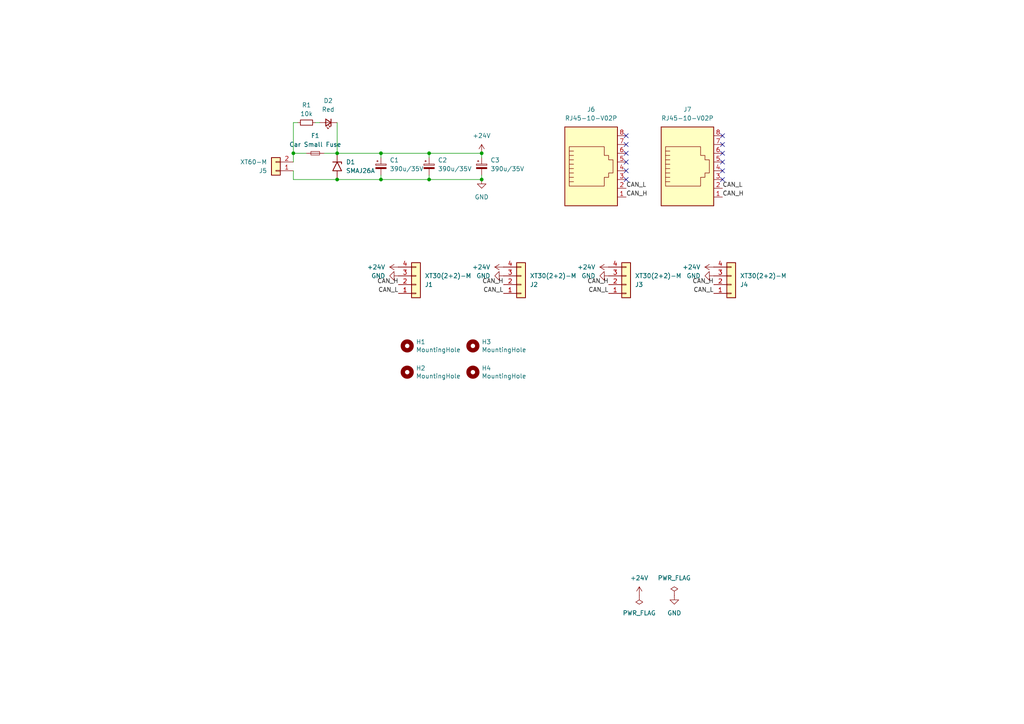
<source format=kicad_sch>
(kicad_sch (version 20231120) (generator "eeschema") (generator_version "8.0")
  (paper "A4")
  (lib_symbols
    (symbol "Connector:RJ45" (pin_names (offset 1.016))
      (property "Reference" "J" (at -5.08 13.97 0))
      (property "Value" "RJ45" (at 2.54 13.97 0))
      (symbol "RJ45_0_1"
        (polyline (pts (xy -5.08 4.445) (xy -6.35 4.445)))
        (polyline (pts (xy -5.08 5.715) (xy -6.35 5.715)))
        (polyline (pts (xy -6.35 -3.175) (xy -5.08 -3.175) (xy -5.08 -3.175)))
        (polyline (pts (xy -6.35 -1.905) (xy -5.08 -1.905) (xy -5.08 -1.905)))
        (polyline (pts (xy -6.35 -0.635) (xy -5.08 -0.635) (xy -5.08 -0.635)))
        (polyline (pts (xy -6.35 0.635) (xy -5.08 0.635) (xy -5.08 0.635)))
        (polyline (pts (xy -6.35 1.905) (xy -5.08 1.905) (xy -5.08 1.905)))
        (polyline (pts (xy -5.08 3.175) (xy -6.35 3.175) (xy -6.35 3.175)))
        (polyline (pts (xy -6.35 -4.445) (xy -6.35 6.985) (xy 3.81 6.985) (xy 3.81 4.445) (xy 5.08 4.445) (xy 5.08 3.175) (xy 6.35 3.175) (xy 6.35 -0.635) (xy 5.08 -0.635) (xy 5.08 -1.905) (xy 3.81 -1.905) (xy 3.81 -4.445) (xy -6.35 -4.445) (xy -6.35 -4.445)))
        (rectangle (start 7.62 12.7) (end -7.62 -10.16) (stroke (width 0.254)) (fill (type background)))
      )
      (symbol "RJ45_1_1"
        (pin passive line (at 10.16 -7.62 180) (length 2.54) (name "~") (number "1"))
        (pin passive line (at 10.16 -5.08 180) (length 2.54) (name "~") (number "2"))
        (pin passive line (at 10.16 -2.54 180) (length 2.54) (name "~") (number "3"))
        (pin passive line (at 10.16 0 180) (length 2.54) (name "~") (number "4"))
        (pin passive line (at 10.16 2.54 180) (length 2.54) (name "~") (number "5"))
        (pin passive line (at 10.16 5.08 180) (length 2.54) (name "~") (number "6"))
        (pin passive line (at 10.16 7.62 180) (length 2.54) (name "~") (number "7"))
        (pin passive line (at 10.16 10.16 180) (length 2.54) (name "~") (number "8"))
      )
    )
    (symbol "Connector_Generic:Conn_01x02" (pin_names (offset 1.016) hide)
      (property "Reference" "J" (at 0 2.54 0))
      (property "Value" "Conn_01x02" (at 0 -5.08 0))
      (symbol "Conn_01x02_1_1"
        (rectangle (start -1.27 -2.413) (end 0 -2.667) (stroke (width 0.1524)))
        (rectangle (start -1.27 0.127) (end 0 -0.127) (stroke (width 0.1524)))
        (rectangle (start -1.27 1.27) (end 1.27 -3.81) (stroke (width 0.254)) (fill (type background)))
        (pin passive line (at -5.08 0 0) (length 3.81) (name "Pin_1") (number "1"))
        (pin passive line (at -5.08 -2.54 0) (length 3.81) (name "Pin_2") (number "2"))
      )
    )
    (symbol "Connector_Generic:Conn_01x04" (pin_names (offset 1.016) hide)
      (property "Reference" "J" (at 0 5.08 0))
      (property "Value" "Conn_01x04" (at 0 -7.62 0))
      (symbol "Conn_01x04_1_1"
        (rectangle (start -1.27 -4.953) (end 0 -5.207) (stroke (width 0.1524)))
        (rectangle (start -1.27 -2.413) (end 0 -2.667) (stroke (width 0.1524)))
        (rectangle (start -1.27 0.127) (end 0 -0.127) (stroke (width 0.1524)))
        (rectangle (start -1.27 2.667) (end 0 2.413) (stroke (width 0.1524)))
        (rectangle (start -1.27 3.81) (end 1.27 -6.35) (stroke (width 0.254)) (fill (type background)))
        (pin passive line (at -5.08 2.54 0) (length 3.81) (name "Pin_1") (number "1"))
        (pin passive line (at -5.08 0 0) (length 3.81) (name "Pin_2") (number "2"))
        (pin passive line (at -5.08 -2.54 0) (length 3.81) (name "Pin_3") (number "3"))
        (pin passive line (at -5.08 -5.08 0) (length 3.81) (name "Pin_4") (number "4"))
      )
    )
    (symbol "Device:C_Polarized_Small" (pin_numbers hide) (pin_names (offset 0.254) hide)
      (property "Reference" "C" (at 0.254 1.778 0))
      (property "Value" "C_Polarized_Small" (at 0.254 -2.032 0))
      (symbol "C_Polarized_Small_0_1"
        (rectangle (start -1.524 -0.3048) (end 1.524 -0.6858) (fill (type outline)))
        (rectangle (start -1.524 0.6858) (end 1.524 0.3048))
        (polyline (pts (xy -1.27 1.524) (xy -0.762 1.524)))
        (polyline (pts (xy -1.016 1.27) (xy -1.016 1.778)))
      )
      (symbol "C_Polarized_Small_1_1"
        (pin passive line (at 0 2.54 270) (length 1.8542) (name "~") (number "1"))
        (pin passive line (at 0 -2.54 90) (length 1.8542) (name "~") (number "2"))
      )
    )
    (symbol "Device:Fuse_Small" (pin_numbers hide) (pin_names (offset 0.254) hide)
      (property "Reference" "F" (at 0 -1.524 0))
      (property "Value" "Fuse_Small" (at 0 1.524 0))
      (symbol "Fuse_Small_0_1"
        (rectangle (start -1.27 0.508) (end 1.27 -0.508))
        (polyline (pts (xy -1.27 0) (xy 1.27 0)))
      )
      (symbol "Fuse_Small_1_1"
        (pin passive line (at -2.54 0 0) (length 1.27) (name "~") (number "1"))
        (pin passive line (at 2.54 0 180) (length 1.27) (name "~") (number "2"))
      )
    )
    (symbol "Device:LED_Small" (pin_numbers hide) (pin_names (offset 0.254) hide)
      (property "Reference" "D" (at -1.27 3.175 0))
      (property "Value" "LED_Small" (at -4.445 -2.54 0))
      (symbol "LED_Small_0_1"
        (polyline (pts (xy -0.762 -1.016) (xy -0.762 1.016)) (stroke (width 0.254)))
        (polyline (pts (xy 1.016 0) (xy -0.762 0)))
        (polyline (pts (xy 0.762 -1.016) (xy -0.762 0) (xy 0.762 1.016) (xy 0.762 -1.016)) (stroke (width 0.254)))
        (polyline (pts (xy 0 0.762) (xy -0.508 1.27) (xy -0.254 1.27) (xy -0.508 1.27) (xy -0.508 1.016)))
        (polyline (pts (xy 0.508 1.27) (xy 0 1.778) (xy 0.254 1.778) (xy 0 1.778) (xy 0 1.524)))
      )
      (symbol "LED_Small_1_1"
        (pin passive line (at -2.54 0 0) (length 1.778) (name "K") (number "1"))
        (pin passive line (at 2.54 0 180) (length 1.778) (name "A") (number "2"))
      )
    )
    (symbol "Device:R_Small" (pin_numbers hide) (pin_names (offset 0.254) hide)
      (property "Reference" "R" (at 0.762 0.508 0))
      (property "Value" "R_Small" (at 0.762 -1.016 0))
      (symbol "R_Small_0_1"
        (rectangle (start -0.762 1.778) (end 0.762 -1.778) (stroke (width 0.2032)))
      )
      (symbol "R_Small_1_1"
        (pin passive line (at 0 2.54 270) (length 0.762) (name "~") (number "1"))
        (pin passive line (at 0 -2.54 90) (length 0.762) (name "~") (number "2"))
      )
    )
    (symbol "Diode:SMAJ26A" (pin_numbers hide) (pin_names (offset 1.016) hide)
      (property "Reference" "D" (at 0 2.54 0))
      (property "Value" "SMAJ26A" (at 0 -2.54 0))
      (symbol "SMAJ26A_0_1"
        (polyline (pts (xy -0.762 1.27) (xy -1.27 1.27) (xy -1.27 -1.27)) (stroke (width 0.254)))
        (polyline (pts (xy 1.27 1.27) (xy 1.27 -1.27) (xy -1.27 0) (xy 1.27 1.27)) (stroke (width 0.254)))
      )
      (symbol "SMAJ26A_1_1"
        (pin passive line (at -3.81 0 0) (length 2.54) (name "A1") (number "1"))
        (pin passive line (at 3.81 0 180) (length 2.54) (name "A2") (number "2"))
      )
    )
    (symbol "Mechanical:MountingHole" (pin_names (offset 1.016))
      (property "Reference" "H" (at 0 5.08 0))
      (property "Value" "MountingHole" (at 0 3.175 0))
      (symbol "MountingHole_0_1"
        (circle (center 0 0) (radius 1.27) (stroke (width 1.27)))
      )
    )
    (symbol "power:+24V" (power) (pin_numbers hide) (pin_names (offset 0) hide)
      (property "Value" "+24V" (at 0 3.556 0))
      (symbol "+24V_0_1"
        (polyline (pts (xy -0.762 1.27) (xy 0 2.54)))
        (polyline (pts (xy 0 0) (xy 0 2.54)))
        (polyline (pts (xy 0 2.54) (xy 0.762 1.27)))
      )
      (symbol "+24V_1_1"
        (pin power_in line (at 0 0 90) (length 0) (name "~") (number "1"))
      )
    )
    (symbol "power:GND" (power) (pin_numbers hide) (pin_names (offset 0) hide)
      (property "Value" "GND" (at 0 -3.81 0))
      (symbol "GND_0_1"
        (polyline (pts (xy 0 0) (xy 0 -1.27) (xy 1.27 -1.27) (xy 0 -2.54) (xy -1.27 -1.27) (xy 0 -1.27)))
      )
      (symbol "GND_1_1"
        (pin power_in line (at 0 0 270) (length 0) (name "~") (number "1"))
      )
    )
    (symbol "power:PWR_FLAG" (power) (pin_numbers hide) (pin_names (offset 0) hide)
      (property "Value" "PWR_FLAG" (at 0 3.81 0))
      (symbol "PWR_FLAG_0_0"
        (pin power_out line (at 0 0 90) (length 0) (name "~") (number "1"))
      )
      (symbol "PWR_FLAG_0_1"
        (polyline (pts (xy 0 0) (xy 0 1.27) (xy -1.016 1.905) (xy 0 2.54) (xy 1.016 1.905) (xy 0 1.27)))
      )
    )
  )
  (junction (at 97.79 44.45))
  (junction (at 124.46 44.45))
  (junction (at 124.46 52.07))
  (junction (at 110.49 44.45))
  (junction (at 97.79 52.07))
  (junction (at 110.49 52.07))
  (junction (at 139.7 44.45))
  (junction (at 139.7 52.07))
  (junction (at 85.09 44.45))
  (no_connect (at 209.55 49.53))
  (no_connect (at 209.55 52.07))
  (no_connect (at 181.61 52.07))
  (no_connect (at 181.61 49.53))
  (no_connect (at 181.61 46.99))
  (no_connect (at 181.61 41.91))
  (no_connect (at 209.55 39.37))
  (no_connect (at 181.61 44.45))
  (no_connect (at 209.55 41.91))
  (no_connect (at 209.55 46.99))
  (no_connect (at 181.61 39.37))
  (no_connect (at 209.55 44.45))
  (wire (pts (xy 139.7 45.72) (xy 139.7 44.45)))
  (wire (pts (xy 139.7 44.45) (xy 124.46 44.45)))
  (wire (pts (xy 86.36 35.56) (xy 85.09 35.56)))
  (wire (pts (xy 85.09 52.07) (xy 85.09 49.53)))
  (wire (pts (xy 139.7 52.07) (xy 124.46 52.07)))
  (wire (pts (xy 124.46 50.8) (xy 124.46 52.07)))
  (wire (pts (xy 91.44 35.56) (xy 92.71 35.56)))
  (wire (pts (xy 97.79 35.56) (xy 97.79 44.45)))
  (wire (pts (xy 110.49 44.45) (xy 124.46 44.45)))
  (wire (pts (xy 93.98 44.45) (xy 97.79 44.45)))
  (wire (pts (xy 124.46 44.45) (xy 124.46 45.72)))
  (wire (pts (xy 110.49 50.8) (xy 110.49 52.07)))
  (wire (pts (xy 97.79 52.07) (xy 110.49 52.07)))
  (wire (pts (xy 110.49 52.07) (xy 124.46 52.07)))
  (wire (pts (xy 85.09 35.56) (xy 85.09 44.45)))
  (wire (pts (xy 139.7 50.8) (xy 139.7 52.07)))
  (wire (pts (xy 85.09 44.45) (xy 88.9 44.45)))
  (wire (pts (xy 110.49 45.72) (xy 110.49 44.45)))
  (wire (pts (xy 85.09 44.45) (xy 85.09 46.99)))
  (wire (pts (xy 97.79 44.45) (xy 110.49 44.45)))
  (wire (pts (xy 85.09 52.07) (xy 97.79 52.07)))
  (label "CAN_L" (at 181.61 54.61 0))
  (label "CAN_H" (at 146.05 82.55 180))
  (label "CAN_L" (at 115.57 85.09 180))
  (label "CAN_L" (at 176.53 85.09 180))
  (label "CAN_H" (at 209.55 57.15 0))
  (label "CAN_H" (at 176.53 82.55 180))
  (label "CAN_L" (at 209.55 54.61 0))
  (label "CAN_H" (at 181.61 57.15 0))
  (label "CAN_H" (at 207.01 82.55 180))
  (label "CAN_H" (at 115.57 82.55 180))
  (label "CAN_L" (at 207.01 85.09 180))
  (label "CAN_L" (at 146.05 85.09 180))
  (symbol (lib_id "Device:Fuse_Small") (at 91.44 44.45 0) (unit 1)
    (property "Reference" "F1" (at 91.44 39.37 0))
    (property "Value" "Car Small Fuse" (at 91.44 41.91 0))
    (property "Footprint" "Fuse:Fuseholder_Blade_Mini_Keystone_3568" (effects (hide yes)))
    (property "Description" "Fuse, small symbol" (effects (hide yes)))
  )
  (symbol (lib_id "Connector:RJ45") (at 199.39 49.53 0) (unit 1)
    (property "Reference" "J7" (at 199.39 31.75 0))
    (property "Value" "RJ45-10-V02P" (at 199.39 34.29 0))
    (property "Footprint" "Connector_RJ:RJ45_Ninigi_GE" (effects (hide yes)))
    (property "Description" "RJ connector, 8P8C (8 positions 8 connected)" (effects (hide yes)))
  )
  (symbol (lib_id "power:+24V") (at 146.05 77.47 90) (unit 1)
    (property "Reference" "#PWR03" (effects (hide yes)))
    (property "Value" "+24V" (at 142.24 77.4699 90) (effects (justify left)))
    (property "Description" "Power symbol creates a global label with name \"+24V\"" (effects (hide yes)))
  )
  (symbol (lib_id "Diode:SMAJ26A") (at 97.79 48.26 270) (unit 1)
    (property "Reference" "D1" (at 100.33 46.9899 90) (effects (justify left)))
    (property "Value" "SMAJ26A" (at 100.33 49.5299 90) (effects (justify left)))
    (property "Footprint" "Diode_SMD:D_SMA" (effects (hide yes)))
    (property "Datasheet" "https://www.littelfuse.com/media?resourcetype=datasheets&itemid=75e32973-b177-4ee3-a0ff-cedaf1abdb93&filename=smaj-datasheet" (effects (hide yes)))
    (property "Description" "400W unidirectional Transient Voltage Suppressor, 26.0Vr, SMA(DO-214AC)" (effects (hide yes)))
  )
  (symbol (lib_id "Connector_Generic:Conn_01x04") (at 181.61 82.55 0) (mirror x) (unit 1)
    (property "Reference" "J3" (at 184.15 82.5501 0) (effects (justify left)))
    (property "Value" "XT30(2+2)-M" (at 184.15 80.0101 0) (effects (justify left)))
    (property "Footprint" "ExternalLib:CONN-TH_XT30PB-M" (effects (hide yes)))
    (property "Description" "Generic connector, single row, 01x04, script generated (kicad-library-utils/schlib/autogen/connector/)" (effects (hide yes)))
  )
  (symbol (lib_id "Mechanical:MountingHole") (at 137.16 100.33 0) (unit 1)
    (property "Reference" "H3" (at 139.7 99.1616 0) (effects (justify left)))
    (property "Value" "MountingHole" (at 139.7 101.473 0) (effects (justify left)))
    (property "Footprint" "ExternalLib:MountingHole_3.2mm_M3_DIN965" (effects (hide yes)))
  )
  (symbol (lib_id "power:GND") (at 115.57 80.01 270) (unit 1)
    (property "Reference" "#PWR02" (effects (hide yes)))
    (property "Value" "GND" (at 111.76 80.0099 90) (effects (justify right)))
    (property "Description" "Power symbol creates a global label with name \"GND\" , ground" (effects (hide yes)))
  )
  (symbol (lib_id "Connector_Generic:Conn_01x04") (at 151.13 82.55 0) (mirror x) (unit 1)
    (property "Reference" "J2" (at 153.67 82.5501 0) (effects (justify left)))
    (property "Value" "XT30(2+2)-M" (at 153.67 80.0101 0) (effects (justify left)))
    (property "Footprint" "ExternalLib:CONN-TH_XT30PB-M" (effects (hide yes)))
    (property "Description" "Generic connector, single row, 01x04, script generated (kicad-library-utils/schlib/autogen/connector/)" (effects (hide yes)))
  )
  (symbol (lib_id "Device:LED_Small") (at 95.25 35.56 180) (unit 1)
    (property "Reference" "D2" (at 95.1865 29.21 0))
    (property "Value" "Red" (at 95.1865 31.75 0))
    (property "Footprint" "LED_SMD:LED_0603_1608Metric_Pad1.05x0.95mm_HandSolder" (effects (hide yes)))
    (property "Description" "Light emitting diode, small symbol" (effects (hide yes)))
  )
  (symbol (lib_id "power:GND") (at 139.7 52.07 0) (unit 1)
    (property "Reference" "#PWR010" (effects (hide yes)))
    (property "Value" "GND" (at 139.7 57.15 0))
    (property "Description" "Power symbol creates a global label with name \"GND\" , ground" (effects (hide yes)))
  )
  (symbol (lib_id "power:GND") (at 207.01 80.01 270) (unit 1)
    (property "Reference" "#PWR08" (effects (hide yes)))
    (property "Value" "GND" (at 203.2 80.0099 90) (effects (justify right)))
    (property "Description" "Power symbol creates a global label with name \"GND\" , ground" (effects (hide yes)))
  )
  (symbol (lib_id "power:+24V") (at 176.53 77.47 90) (unit 1)
    (property "Reference" "#PWR05" (effects (hide yes)))
    (property "Value" "+24V" (at 172.72 77.4699 90) (effects (justify left)))
    (property "Description" "Power symbol creates a global label with name \"+24V\"" (effects (hide yes)))
  )
  (symbol (lib_id "power:GND") (at 195.58 172.72 0) (unit 1)
    (property "Reference" "#PWR012" (effects (hide yes)))
    (property "Value" "GND" (at 195.58 177.8 0))
    (property "Description" "Power symbol creates a global label with name \"GND\" , ground" (effects (hide yes)))
  )
  (symbol (lib_id "Connector:RJ45") (at 171.45 49.53 0) (unit 1)
    (property "Reference" "J6" (at 171.45 31.75 0))
    (property "Value" "RJ45-10-V02P" (at 171.45 34.29 0))
    (property "Footprint" "Connector_RJ:RJ45_Ninigi_GE" (effects (hide yes)))
    (property "Description" "RJ connector, 8P8C (8 positions 8 connected)" (effects (hide yes)))
  )
  (symbol (lib_id "Mechanical:MountingHole") (at 118.11 100.33 0) (unit 1)
    (property "Reference" "H1" (at 120.65 99.1616 0) (effects (justify left)))
    (property "Value" "MountingHole" (at 120.65 101.473 0) (effects (justify left)))
    (property "Footprint" "ExternalLib:MountingHole_3.2mm_M3_DIN965" (effects (hide yes)))
  )
  (symbol (lib_id "Mechanical:MountingHole") (at 137.16 107.95 0) (unit 1)
    (property "Reference" "H4" (at 139.7 106.7816 0) (effects (justify left)))
    (property "Value" "MountingHole" (at 139.7 109.093 0) (effects (justify left)))
    (property "Footprint" "ExternalLib:MountingHole_3.2mm_M3_DIN965" (effects (hide yes)))
  )
  (symbol (lib_id "power:GND") (at 176.53 80.01 270) (unit 1)
    (property "Reference" "#PWR06" (effects (hide yes)))
    (property "Value" "GND" (at 172.72 80.0099 90) (effects (justify right)))
    (property "Description" "Power symbol creates a global label with name \"GND\" , ground" (effects (hide yes)))
  )
  (symbol (lib_id "Device:C_Polarized_Small") (at 139.7 48.26 0) (unit 1)
    (property "Reference" "C3" (at 142.24 46.4438 0) (effects (justify left)))
    (property "Value" "390u/35V" (at 142.24 48.9838 0) (effects (justify left)))
    (property "Footprint" "Capacitor_THT:CP_Radial_D10.0mm_P5.00mm" (effects (hide yes)))
    (property "Description" "Polarized capacitor, small symbol" (effects (hide yes)))
  )
  (symbol (lib_id "power:+24V") (at 115.57 77.47 90) (unit 1)
    (property "Reference" "#PWR01" (effects (hide yes)))
    (property "Value" "+24V" (at 111.76 77.4699 90) (effects (justify left)))
    (property "Description" "Power symbol creates a global label with name \"+24V\"" (effects (hide yes)))
  )
  (symbol (lib_id "power:+24V") (at 207.01 77.47 90) (unit 1)
    (property "Reference" "#PWR07" (effects (hide yes)))
    (property "Value" "+24V" (at 203.2 77.4699 90) (effects (justify left)))
    (property "Description" "Power symbol creates a global label with name \"+24V\"" (effects (hide yes)))
  )
  (symbol (lib_id "Device:C_Polarized_Small") (at 124.46 48.26 0) (unit 1)
    (property "Reference" "C2" (at 127 46.4438 0) (effects (justify left)))
    (property "Value" "390u/35V" (at 127 48.9838 0) (effects (justify left)))
    (property "Footprint" "Capacitor_THT:CP_Radial_D10.0mm_P5.00mm" (effects (hide yes)))
    (property "Description" "Polarized capacitor, small symbol" (effects (hide yes)))
  )
  (symbol (lib_id "power:+24V") (at 139.7 44.45 0) (unit 1)
    (property "Reference" "#PWR09" (effects (hide yes)))
    (property "Value" "+24V" (at 139.7 39.37 0))
    (property "Description" "Power symbol creates a global label with name \"+24V\"" (effects (hide yes)))
  )
  (symbol (lib_id "Device:C_Polarized_Small") (at 110.49 48.26 0) (unit 1)
    (property "Reference" "C1" (at 113.03 46.4438 0) (effects (justify left)))
    (property "Value" "390u/35V" (at 113.03 48.9838 0) (effects (justify left)))
    (property "Footprint" "Capacitor_THT:CP_Radial_D10.0mm_P5.00mm" (effects (hide yes)))
    (property "Description" "Polarized capacitor, small symbol" (effects (hide yes)))
  )
  (symbol (lib_id "Connector_Generic:Conn_01x02") (at 80.01 49.53 180) (unit 1)
    (property "Reference" "J5" (at 77.47 49.5301 0) (effects (justify left)))
    (property "Value" "XT60-M" (at 77.47 46.9901 0) (effects (justify left)))
    (property "Footprint" "Connector_AMASS:AMASS_XT60-M_1x02_P7.20mm_Vertical" (effects (hide yes)))
    (property "Description" "Generic connector, single row, 01x02, script generated (kicad-library-utils/schlib/autogen/connector/)" (effects (hide yes)))
  )
  (symbol (lib_id "power:+24V") (at 185.42 172.72 0) (unit 1)
    (property "Reference" "#PWR011" (effects (hide yes)))
    (property "Value" "+24V" (at 185.42 167.64 0))
    (property "Description" "Power symbol creates a global label with name \"+24V\"" (effects (hide yes)))
  )
  (symbol (lib_id "power:PWR_FLAG") (at 185.42 172.72 180) (unit 1)
    (property "Reference" "#FLG01" (effects (hide yes)))
    (property "Value" "PWR_FLAG" (at 185.42 177.8 0))
    (property "Description" "Special symbol for telling ERC where power comes from" (effects (hide yes)))
  )
  (symbol (lib_id "Connector_Generic:Conn_01x04") (at 212.09 82.55 0) (mirror x) (unit 1)
    (property "Reference" "J4" (at 214.63 82.5501 0) (effects (justify left)))
    (property "Value" "XT30(2+2)-M" (at 214.63 80.0101 0) (effects (justify left)))
    (property "Footprint" "ExternalLib:CONN-TH_XT30PB-M" (effects (hide yes)))
    (property "Description" "Generic connector, single row, 01x04, script generated (kicad-library-utils/schlib/autogen/connector/)" (effects (hide yes)))
  )
  (symbol (lib_id "Connector_Generic:Conn_01x04") (at 120.65 82.55 0) (mirror x) (unit 1)
    (property "Reference" "J1" (at 123.19 82.5501 0) (effects (justify left)))
    (property "Value" "XT30(2+2)-M" (at 123.19 80.0101 0) (effects (justify left)))
    (property "Footprint" "ExternalLib:CONN-TH_XT30PB-M" (effects (hide yes)))
    (property "Description" "Generic connector, single row, 01x04, script generated (kicad-library-utils/schlib/autogen/connector/)" (effects (hide yes)))
  )
  (symbol (lib_id "Device:R_Small") (at 88.9 35.56 90) (unit 1)
    (property "Reference" "R1" (at 88.9 30.48 90))
    (property "Value" "10k" (at 88.9 33.02 90))
    (property "Footprint" "Resistor_SMD:R_0603_1608Metric_Pad0.98x0.95mm_HandSolder" (effects (hide yes)))
    (property "Description" "Resistor, small symbol" (effects (hide yes)))
  )
  (symbol (lib_id "power:GND") (at 146.05 80.01 270) (unit 1)
    (property "Reference" "#PWR04" (effects (hide yes)))
    (property "Value" "GND" (at 142.24 80.0099 90) (effects (justify right)))
    (property "Description" "Power symbol creates a global label with name \"GND\" , ground" (effects (hide yes)))
  )
  (symbol (lib_id "power:PWR_FLAG") (at 195.58 172.72 0) (unit 1)
    (property "Reference" "#FLG02" (effects (hide yes)))
    (property "Value" "PWR_FLAG" (at 195.58 167.64 0))
    (property "Description" "Special symbol for telling ERC where power comes from" (effects (hide yes)))
  )
  (symbol (lib_id "Mechanical:MountingHole") (at 118.11 107.95 0) (unit 1)
    (property "Reference" "H2" (at 120.65 106.7816 0) (effects (justify left)))
    (property "Value" "MountingHole" (at 120.65 109.093 0) (effects (justify left)))
    (property "Footprint" "ExternalLib:MountingHole_3.2mm_M3_DIN965" (effects (hide yes)))
  )
)
</source>
